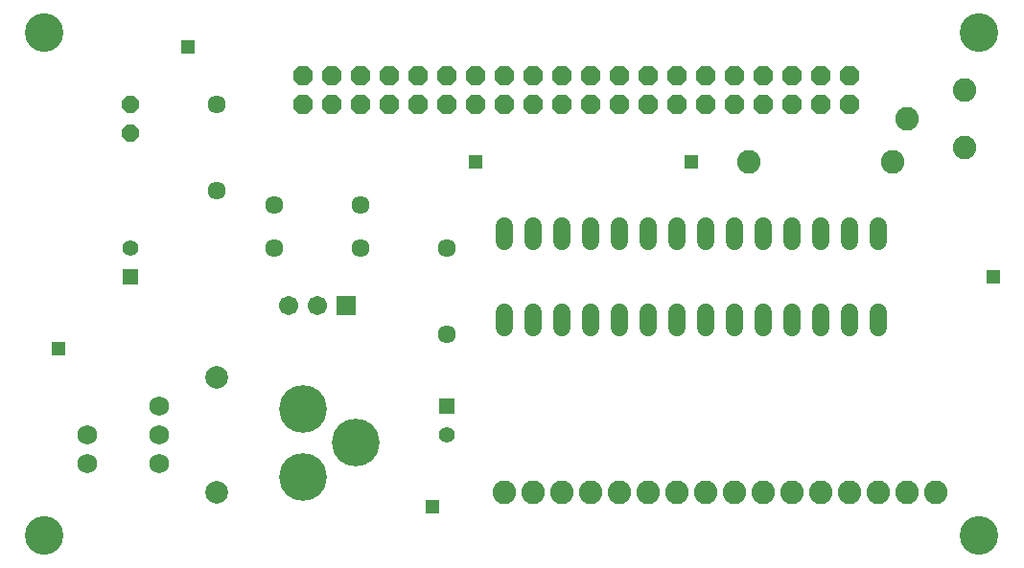
<source format=gbs>
G75*
%MOIN*%
%OFA0B0*%
%FSLAX24Y24*%
%IPPOS*%
%LPD*%
%AMOC8*
5,1,8,0,0,1.08239X$1,22.5*
%
%ADD10C,0.1340*%
%ADD11C,0.0680*%
%ADD12C,0.0634*%
%ADD13C,0.0556*%
%ADD14R,0.0556X0.0556*%
%ADD15OC8,0.0600*%
%ADD16R,0.0674X0.0674*%
%ADD17C,0.0674*%
%ADD18C,0.1660*%
%ADD19C,0.0789*%
%ADD20C,0.0600*%
%ADD21OC8,0.0680*%
%ADD22C,0.0820*%
%ADD23R,0.0476X0.0476*%
D10*
X002180Y002680D03*
X002180Y020180D03*
X034680Y020180D03*
X034680Y002680D03*
D11*
X006180Y005180D03*
X006180Y006180D03*
X006180Y007180D03*
X003680Y006180D03*
X003680Y005180D03*
D12*
X010180Y012680D03*
X010180Y014180D03*
X008180Y014680D03*
X008180Y017680D03*
X013180Y014180D03*
X013180Y012680D03*
X016180Y012680D03*
X016180Y009680D03*
D13*
X016180Y006180D03*
X005180Y012680D03*
D14*
X005180Y011680D03*
X016180Y007180D03*
D15*
X005180Y016680D03*
X005180Y017680D03*
D16*
X012680Y010680D03*
D17*
X011680Y010680D03*
X010680Y010680D03*
D18*
X011180Y007074D03*
X013030Y005893D03*
X011180Y004711D03*
D19*
X008180Y004180D03*
X008180Y008180D03*
D20*
X018180Y009920D02*
X018180Y010440D01*
X019180Y010440D02*
X019180Y009920D01*
X020180Y009920D02*
X020180Y010440D01*
X021180Y010440D02*
X021180Y009920D01*
X022180Y009920D02*
X022180Y010440D01*
X023180Y010440D02*
X023180Y009920D01*
X024180Y009920D02*
X024180Y010440D01*
X025180Y010440D02*
X025180Y009920D01*
X026180Y009920D02*
X026180Y010440D01*
X027180Y010440D02*
X027180Y009920D01*
X028180Y009920D02*
X028180Y010440D01*
X029180Y010440D02*
X029180Y009920D01*
X030180Y009920D02*
X030180Y010440D01*
X031180Y010440D02*
X031180Y009920D01*
X031180Y012920D02*
X031180Y013440D01*
X030180Y013440D02*
X030180Y012920D01*
X029180Y012920D02*
X029180Y013440D01*
X028180Y013440D02*
X028180Y012920D01*
X027180Y012920D02*
X027180Y013440D01*
X026180Y013440D02*
X026180Y012920D01*
X025180Y012920D02*
X025180Y013440D01*
X024180Y013440D02*
X024180Y012920D01*
X023180Y012920D02*
X023180Y013440D01*
X022180Y013440D02*
X022180Y012920D01*
X021180Y012920D02*
X021180Y013440D01*
X020180Y013440D02*
X020180Y012920D01*
X019180Y012920D02*
X019180Y013440D01*
X018180Y013440D02*
X018180Y012920D01*
D21*
X018180Y017680D03*
X017180Y017680D03*
X016180Y017680D03*
X015180Y017680D03*
X014180Y017680D03*
X013180Y017680D03*
X012180Y017680D03*
X011180Y017680D03*
X011180Y018680D03*
X012180Y018680D03*
X013180Y018680D03*
X014180Y018680D03*
X015180Y018680D03*
X016180Y018680D03*
X017180Y018680D03*
X018180Y018680D03*
X019180Y018680D03*
X020180Y018680D03*
X021180Y018680D03*
X022180Y018680D03*
X023180Y018680D03*
X024180Y018680D03*
X025180Y018680D03*
X026180Y018680D03*
X027180Y018680D03*
X028180Y018680D03*
X029180Y018680D03*
X030180Y018680D03*
X030180Y017680D03*
X029180Y017680D03*
X028180Y017680D03*
X027180Y017680D03*
X026180Y017680D03*
X025180Y017680D03*
X024180Y017680D03*
X023180Y017680D03*
X022180Y017680D03*
X021180Y017680D03*
X020180Y017680D03*
X019180Y017680D03*
D22*
X026680Y015680D03*
X031680Y015680D03*
X032180Y017180D03*
X034180Y016180D03*
X034180Y018180D03*
X033180Y004180D03*
X032180Y004180D03*
X031180Y004180D03*
X030180Y004180D03*
X029180Y004180D03*
X028180Y004180D03*
X027180Y004180D03*
X026180Y004180D03*
X025180Y004180D03*
X024180Y004180D03*
X023180Y004180D03*
X022180Y004180D03*
X021180Y004180D03*
X020180Y004180D03*
X019180Y004180D03*
X018180Y004180D03*
D23*
X015680Y003680D03*
X002680Y009180D03*
X017180Y015680D03*
X024680Y015680D03*
X035180Y011680D03*
X007180Y019680D03*
M02*

</source>
